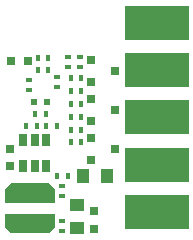
<source format=gbr>
G04 #@! TF.GenerationSoftware,KiCad,Pcbnew,no-vcs-found-7613~57~ubuntu16.04.1*
G04 #@! TF.CreationDate,2017-02-19T17:16:57-08:00*
G04 #@! TF.ProjectId,ESPKey,4553504B65792E6B696361645F706362,rev?*
G04 #@! TF.FileFunction,Soldermask,Top*
G04 #@! TF.FilePolarity,Negative*
%FSLAX46Y46*%
G04 Gerber Fmt 4.6, Leading zero omitted, Abs format (unit mm)*
G04 Created by KiCad (PCBNEW no-vcs-found-7613~57~ubuntu16.04.1) date Sun Feb 19 17:16:57 2017*
%MOMM*%
%LPD*%
G01*
G04 APERTURE LIST*
%ADD10C,0.100000*%
%ADD11R,0.650000X1.060000*%
%ADD12R,0.600000X0.400000*%
%ADD13R,0.800100X0.800100*%
%ADD14R,0.797560X0.797560*%
%ADD15R,5.400000X3.000000*%
%ADD16R,1.000000X1.250000*%
%ADD17R,0.750000X0.800000*%
%ADD18R,1.250000X1.000000*%
%ADD19R,0.400000X0.600000*%
%ADD20R,4.200000X1.150000*%
%ADD21C,0.450000*%
%ADD22R,0.600000X0.500000*%
G04 APERTURE END LIST*
D10*
D11*
X105747000Y-114115000D03*
X106697000Y-114115000D03*
X107647000Y-114115000D03*
X107647000Y-111915000D03*
X105747000Y-111915000D03*
X106697000Y-111915000D03*
D12*
X109000000Y-119650000D03*
X109000000Y-118750000D03*
D13*
X111499240Y-105150000D03*
X111499240Y-107050000D03*
X113498220Y-106100000D03*
D14*
X104650700Y-105200000D03*
X106149300Y-105200000D03*
D15*
X117017800Y-118014500D03*
X117017800Y-114014500D03*
X117017800Y-102000000D03*
X117017800Y-106000000D03*
X117017800Y-110000000D03*
D16*
X112800000Y-114990000D03*
X110800000Y-114990000D03*
D17*
X104600000Y-114150000D03*
X104600000Y-112650000D03*
D18*
X110300000Y-119400000D03*
X110300000Y-117400000D03*
D17*
X111750000Y-117950000D03*
X111750000Y-119450000D03*
D13*
X111499240Y-111750000D03*
X111499240Y-113650000D03*
X113498220Y-112700000D03*
X111499240Y-108450000D03*
X111499240Y-110350000D03*
X113498220Y-109400000D03*
D12*
X106200000Y-107700000D03*
X106200000Y-106800000D03*
X108600000Y-107450000D03*
X108600000Y-106550000D03*
D19*
X109500000Y-115000000D03*
X108600000Y-115000000D03*
D12*
X109050000Y-115800000D03*
X109050000Y-116700000D03*
D19*
X110650000Y-112100000D03*
X109750000Y-112100000D03*
X110650000Y-111100000D03*
X109750000Y-111100000D03*
X109750000Y-110000000D03*
X110650000Y-110000000D03*
X110650000Y-108900000D03*
X109750000Y-108900000D03*
X110650000Y-107800000D03*
X109750000Y-107800000D03*
X109750000Y-106700000D03*
X110650000Y-106700000D03*
X106950000Y-106000000D03*
X107850000Y-106000000D03*
D12*
X110500000Y-105750000D03*
X110500000Y-104850000D03*
X109500000Y-104850000D03*
X109500000Y-105750000D03*
D19*
X106950000Y-105000000D03*
X107850000Y-105000000D03*
X106900000Y-110700000D03*
X106000000Y-110700000D03*
D20*
X106300000Y-116625000D03*
X106300000Y-118775000D03*
D21*
X106300000Y-119575000D03*
D10*
G36*
X104200000Y-119350000D02*
X108400000Y-119350000D01*
X107950000Y-119800000D01*
X104650000Y-119800000D01*
X104200000Y-119350000D01*
X104200000Y-119350000D01*
G37*
D21*
X106300000Y-115825000D03*
D10*
G36*
X104650000Y-115600000D02*
X107950000Y-115600000D01*
X108400000Y-116050000D01*
X104200000Y-116050000D01*
X104650000Y-115600000D01*
X104650000Y-115600000D01*
G37*
D22*
X107750000Y-108700000D03*
X106650000Y-108700000D03*
D19*
X106750000Y-109700000D03*
X107650000Y-109700000D03*
X107650000Y-110700000D03*
X108550000Y-110700000D03*
M02*

</source>
